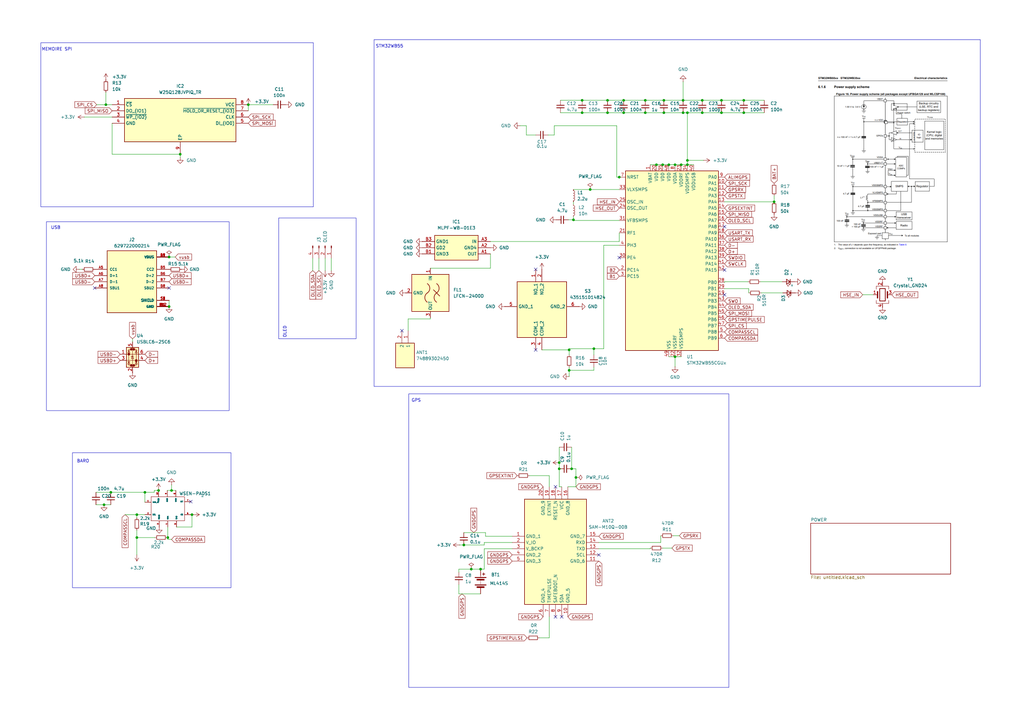
<source format=kicad_sch>
(kicad_sch (version 20231120) (generator "eeschema") (generator_version "8.0")
  (paper "A3")
  (junction (at 317.5 82.804))
  (junction (at 279.4 67.564))
  (junction (at 288.036 41.148))
  (junction (at 272.288 46.228))
  (junction (at 255.778 46.228))
  (junction (at 264.668 41.148))
  (junction (at 233.426 151.892))
  (junction (at 276.86 146.304))
  (junction (at 65.024 201.168))
  (junction (at 69.342 105.41))
  (junction (at 276.86 67.564))
  (junction (at 69.342 125.73))
  (junction (at 288.036 46.228))
  (junction (at 59.436 201.93))
  (junction (at 281.94 46.228))
  (junction (at 271.78 67.564))
  (junction (at 249.174 41.148))
  (junction (at 193.294 233.426))
  (junction (at 295.91 41.148))
  (junction (at 280.162 46.228))
  (junction (at 68.834 220.472))
  (junction (at 305.054 46.228))
  (junction (at 197.104 233.426))
  (junction (at 272.288 41.148))
  (junction (at 242.062 77.724))
  (junction (at 238.76 46.228))
  (junction (at 229.362 189.738))
  (junction (at 249.174 46.228))
  (junction (at 254 72.644))
  (junction (at 78.74 211.074))
  (junction (at 70.358 201.168))
  (junction (at 43.434 42.926))
  (junction (at 281.94 65.786))
  (junction (at 101.854 42.926))
  (junction (at 274.32 67.564))
  (junction (at 190.246 223.52))
  (junction (at 42.672 207.01))
  (junction (at 255.778 41.148))
  (junction (at 229.362 192.278))
  (junction (at 45.466 201.93))
  (junction (at 236.22 195.834))
  (junction (at 295.91 46.228))
  (junction (at 234.442 192.278))
  (junction (at 281.94 67.564))
  (junction (at 269.24 67.564))
  (junction (at 238.76 41.148))
  (junction (at 235.204 90.17))
  (junction (at 233.426 143.51))
  (junction (at 56.134 211.074))
  (junction (at 243.586 143.002))
  (junction (at 305.054 41.148))
  (junction (at 73.914 63.246))
  (junction (at 264.668 46.228))
  (junction (at 280.162 41.148))
  (junction (at 56.134 220.472))
  (no_connect (at 219.71 110.49))
  (no_connect (at 297.18 92.964))
  (no_connect (at 227.838 199.644))
  (no_connect (at 69.342 118.11))
  (no_connect (at 78.232 205.74))
  (no_connect (at 297.18 120.904))
  (no_connect (at 254 105.664))
  (no_connect (at 230.378 252.984))
  (no_connect (at 297.18 110.744))
  (no_connect (at 164.846 135.636))
  (no_connect (at 219.71 143.51))
  (no_connect (at 245.618 227.584))
  (no_connect (at 38.862 118.11))
  (no_connect (at 227.838 252.984))
  (wire (pts (xy 210.058 219.964) (xy 199.136 219.964)))
  (wire (pts (xy 317.5 80.264) (xy 317.5 82.804)))
  (wire (pts (xy 221.234 261.62) (xy 225.298 261.62)))
  (wire (pts (xy 234.442 192.278) (xy 234.442 183.388)))
  (wire (pts (xy 288.036 41.148) (xy 295.91 41.148)))
  (wire (pts (xy 225.298 195.072) (xy 225.298 199.644)))
  (wire (pts (xy 210.058 225.044) (xy 198.628 225.044)))
  (wire (pts (xy 254 72.644) (xy 252.984 72.644)))
  (wire (pts (xy 54.356 140.208) (xy 54.356 138.938)))
  (wire (pts (xy 288.036 46.228) (xy 295.91 46.228)))
  (wire (pts (xy 199.136 219.964) (xy 199.136 218.44)))
  (wire (pts (xy 188.214 233.426) (xy 188.214 234.696)))
  (wire (pts (xy 234.442 192.278) (xy 236.22 192.278)))
  (wire (pts (xy 233.426 151.892) (xy 233.426 154.432)))
  (wire (pts (xy 68.58 201.168) (xy 70.358 201.168)))
  (wire (pts (xy 42.672 207.01) (xy 45.466 207.01)))
  (wire (pts (xy 297.18 82.804) (xy 317.5 82.804)))
  (wire (pts (xy 229.362 189.738) (xy 229.362 183.388)))
  (wire (pts (xy 353.822 120.904) (xy 358.14 120.904)))
  (wire (pts (xy 229.362 192.278) (xy 229.362 199.644)))
  (wire (pts (xy 45.974 63.246) (xy 45.974 50.546)))
  (wire (pts (xy 281.94 46.228) (xy 281.94 65.786)))
  (wire (pts (xy 306.832 115.57) (xy 297.18 115.57)))
  (wire (pts (xy 176.53 130.302) (xy 176.53 130.81)))
  (wire (pts (xy 68.58 220.472) (xy 68.834 220.472)))
  (wire (pts (xy 133.35 110.998) (xy 133.35 105.918)))
  (wire (pts (xy 297.18 118.364) (xy 307.086 118.364)))
  (wire (pts (xy 39.37 207.01) (xy 42.672 207.01)))
  (wire (pts (xy 63.246 201.168) (xy 65.024 201.168)))
  (wire (pts (xy 280.162 46.228) (xy 281.94 46.228)))
  (wire (pts (xy 275.59 224.79) (xy 271.78 224.79)))
  (wire (pts (xy 272.288 41.148) (xy 280.162 41.148)))
  (wire (pts (xy 269.24 67.564) (xy 271.78 67.564)))
  (wire (pts (xy 229.362 199.644) (xy 230.378 199.644)))
  (wire (pts (xy 56.134 212.344) (xy 56.134 211.074)))
  (wire (pts (xy 305.054 41.148) (xy 313.436 41.148)))
  (wire (pts (xy 78.74 211.074) (xy 78.232 211.074)))
  (wire (pts (xy 188.214 243.586) (xy 197.104 243.586)))
  (wire (pts (xy 167.386 130.81) (xy 167.386 135.636)))
  (wire (pts (xy 224.79 55.372) (xy 227.33 55.372)))
  (wire (pts (xy 135.89 110.998) (xy 135.89 105.918)))
  (wire (pts (xy 235.204 90.17) (xy 235.204 88.9)))
  (wire (pts (xy 243.586 143.002) (xy 243.586 145.542)))
  (wire (pts (xy 34.544 48.006) (xy 45.974 48.006)))
  (wire (pts (xy 225.298 261.62) (xy 225.298 252.984)))
  (wire (pts (xy 243.586 150.622) (xy 243.586 151.892)))
  (wire (pts (xy 70.358 221.234) (xy 68.834 221.234)))
  (wire (pts (xy 227.33 51.562) (xy 252.984 51.562)))
  (wire (pts (xy 69.342 123.19) (xy 69.342 125.73)))
  (wire (pts (xy 198.628 225.044) (xy 198.628 233.426)))
  (wire (pts (xy 197.104 233.426) (xy 198.628 233.426)))
  (wire (pts (xy 201.168 109.982) (xy 201.168 104.14)))
  (wire (pts (xy 56.134 220.472) (xy 56.134 217.424)))
  (wire (pts (xy 254 90.424) (xy 235.204 90.424)))
  (wire (pts (xy 243.586 151.892) (xy 233.426 151.892)))
  (wire (pts (xy 79.248 211.074) (xy 78.74 211.074)))
  (wire (pts (xy 188.468 223.52) (xy 190.246 223.52)))
  (wire (pts (xy 254 99.06) (xy 254 95.504)))
  (wire (pts (xy 266.7 225.044) (xy 266.7 224.79)))
  (wire (pts (xy 238.76 41.148) (xy 249.174 41.148)))
  (wire (pts (xy 235.204 77.724) (xy 242.062 77.724)))
  (wire (pts (xy 43.434 42.926) (xy 43.434 37.846)))
  (wire (pts (xy 254.254 72.644) (xy 254 72.644)))
  (wire (pts (xy 264.668 46.228) (xy 272.288 46.228)))
  (wire (pts (xy 213.36 51.562) (xy 215.9 51.562)))
  (wire (pts (xy 247.65 100.584) (xy 247.65 143.002)))
  (wire (pts (xy 33.782 110.49) (xy 32.512 110.49)))
  (wire (pts (xy 222.25 143.51) (xy 233.426 143.51)))
  (wire (pts (xy 305.054 46.228) (xy 313.436 46.228)))
  (wire (pts (xy 271.78 67.564) (xy 274.32 67.564)))
  (wire (pts (xy 233.172 90.17) (xy 235.204 90.17)))
  (wire (pts (xy 255.778 46.228) (xy 264.668 46.228)))
  (wire (pts (xy 56.134 211.074) (xy 59.436 211.074)))
  (wire (pts (xy 188.214 233.426) (xy 193.294 233.426)))
  (wire (pts (xy 279.4 67.564) (xy 281.94 67.564)))
  (wire (pts (xy 235.204 82.804) (xy 235.204 83.82)))
  (wire (pts (xy 233.426 150.622) (xy 233.426 151.892)))
  (wire (pts (xy 217.17 195.072) (xy 225.298 195.072)))
  (wire (pts (xy 238.76 46.228) (xy 249.174 46.228)))
  (wire (pts (xy 59.436 201.93) (xy 59.436 205.994)))
  (wire (pts (xy 242.062 77.724) (xy 254 77.724)))
  (wire (pts (xy 255.778 41.148) (xy 264.668 41.148)))
  (wire (pts (xy 274.32 146.304) (xy 276.86 146.304)))
  (wire (pts (xy 295.91 46.228) (xy 305.054 46.228)))
  (wire (pts (xy 272.288 46.228) (xy 280.162 46.228)))
  (wire (pts (xy 193.294 233.426) (xy 197.104 233.426)))
  (wire (pts (xy 39.624 42.926) (xy 43.434 42.926)))
  (wire (pts (xy 59.436 201.93) (xy 63.246 201.93)))
  (wire (pts (xy 198.628 222.504) (xy 198.628 223.52)))
  (wire (pts (xy 45.466 201.93) (xy 59.436 201.93)))
  (wire (pts (xy 252.984 51.562) (xy 252.984 72.644)))
  (wire (pts (xy 215.9 55.372) (xy 215.9 51.562)))
  (wire (pts (xy 176.53 109.982) (xy 201.168 109.982)))
  (wire (pts (xy 249.174 41.148) (xy 255.778 41.148)))
  (wire (pts (xy 101.854 42.926) (xy 101.854 45.466)))
  (wire (pts (xy 210.058 222.504) (xy 198.628 222.504)))
  (wire (pts (xy 72.39 216.154) (xy 78.74 216.154)))
  (wire (pts (xy 199.136 218.44) (xy 190.246 218.44)))
  (wire (pts (xy 281.94 65.786) (xy 281.94 67.564)))
  (wire (pts (xy 249.174 46.228) (xy 255.778 46.228)))
  (wire (pts (xy 307.086 118.364) (xy 307.086 120.142)))
  (wire (pts (xy 167.386 130.81) (xy 176.53 130.81)))
  (wire (pts (xy 264.668 41.148) (xy 272.288 41.148)))
  (wire (pts (xy 280.162 41.148) (xy 288.036 41.148)))
  (wire (pts (xy 233.426 143.002) (xy 233.426 143.51)))
  (wire (pts (xy 281.94 46.228) (xy 288.036 46.228)))
  (wire (pts (xy 51.308 211.074) (xy 56.134 211.074)))
  (wire (pts (xy 78.74 216.154) (xy 78.74 211.074)))
  (wire (pts (xy 311.912 115.57) (xy 320.802 115.57)))
  (wire (pts (xy 227.33 51.562) (xy 227.33 55.372)))
  (wire (pts (xy 101.854 42.926) (xy 112.014 42.926)))
  (wire (pts (xy 56.134 227.584) (xy 56.134 220.472)))
  (wire (pts (xy 235.204 90.424) (xy 235.204 90.17)))
  (wire (pts (xy 128.27 110.998) (xy 128.27 105.918)))
  (wire (pts (xy 65.024 200.914) (xy 65.024 201.168)))
  (wire (pts (xy 245.618 225.044) (xy 266.7 225.044)))
  (wire (pts (xy 236.22 195.834) (xy 236.22 199.644)))
  (wire (pts (xy 232.918 199.644) (xy 236.22 199.644)))
  (wire (pts (xy 63.246 201.93) (xy 63.246 201.168)))
  (wire (pts (xy 68.834 221.234) (xy 68.834 220.472)))
  (wire (pts (xy 70.358 198.882) (xy 70.358 201.168)))
  (wire (pts (xy 229.362 192.278) (xy 229.362 189.738)))
  (wire (pts (xy 233.426 143.002) (xy 243.586 143.002)))
  (wire (pts (xy 229.87 41.148) (xy 238.76 41.148)))
  (wire (pts (xy 266.7 67.564) (xy 269.24 67.564)))
  (wire (pts (xy 73.914 63.246) (xy 73.914 64.516)))
  (wire (pts (xy 276.86 67.564) (xy 279.4 67.564)))
  (wire (pts (xy 312.166 120.142) (xy 321.056 120.142)))
  (wire (pts (xy 288.544 65.786) (xy 281.94 65.786)))
  (wire (pts (xy 45.974 42.926) (xy 43.434 42.926)))
  (wire (pts (xy 56.134 220.472) (xy 63.5 220.472)))
  (wire (pts (xy 229.87 46.228) (xy 238.76 46.228)))
  (wire (pts (xy 278.638 219.71) (xy 276.098 219.71)))
  (wire (pts (xy 39.37 201.93) (xy 45.466 201.93)))
  (wire (pts (xy 219.71 55.372) (xy 215.9 55.372)))
  (wire (pts (xy 233.426 143.51) (xy 233.426 145.542)))
  (wire (pts (xy 68.834 216.154) (xy 68.834 220.472)))
  (wire (pts (xy 130.81 110.998) (xy 130.81 105.918)))
  (wire (pts (xy 276.86 146.304) (xy 276.86 150.368)))
  (wire (pts (xy 274.32 67.564) (xy 276.86 67.564)))
  (wire (pts (xy 297.18 115.57) (xy 297.18 115.824)))
  (wire (pts (xy 73.914 63.246) (xy 45.974 63.246)))
  (wire (pts (xy 295.91 41.148) (xy 305.054 41.148)))
  (wire (pts (xy 271.018 222.504) (xy 271.018 219.71)))
  (wire (pts (xy 276.86 146.304) (xy 279.4 146.304)))
  (wire (pts (xy 70.358 201.168) (xy 72.136 201.168)))
  (wire (pts (xy 243.586 143.002) (xy 247.65 143.002)))
  (wire (pts (xy 280.162 33.528) (xy 280.162 41.148)))
  (wire (pts (xy 201.168 99.06) (xy 254 99.06)))
  (wire (pts (xy 236.22 192.278) (xy 236.22 195.834)))
  (wire (pts (xy 245.618 222.504) (xy 271.018 222.504)))
  (wire (pts (xy 188.214 243.586) (xy 188.214 239.776)))
  (wire (pts (xy 69.342 105.41) (xy 71.882 105.41)))
  (wire (pts (xy 281.94 67.564) (xy 284.48 67.564)))
  (wire (pts (xy 247.65 100.584) (xy 254 100.584)))
  (wire (pts (xy 198.628 223.52) (xy 190.246 223.52)))
  (rectangle (start 16.764 17.526) (end 128.524 84.836))
  (rectangle (start 114.3 138.938) (end 146.05 89.408))
  (rectangle (start 29.718 185.674) (end 94.742 241.046))
  (rectangle (start 167.64 161.544) (end 298.958 281.94))
  (rectangle (start 153.416 16.256) (end 402.082 158.496))
  (rectangle (start 19.05 90.932) (end 93.98 168.402))
  (image (at 362.712 68.326) (scale 0.425045))
  (text "MEMOIRE SPI\n" (at 23.368 20.32 0) (effects (font (size 1.27 1.27))))
  (text "USB" (at 22.86 93.472 0) (effects (font (size 1.27 1.27))))
  (text "BARO\n" (at 34.036 189.23 0) (effects (font (size 1.27 1.27))))
  (text "STM32WB55" (at 159.766 19.05 0) (effects (font (size 1.27 1.27))))
  (text "OLED" (at 116.84 136.144 90) (effects (font (size 1.27 1.27))))
  (text "GPS" (at 170.688 164.338 0) (effects (font (size 1.27 1.27))))
  (global_label "GNDGPS" (shape input) (at 210.058 227.584 180) (property "Intersheetrefs" "${INTERSHEET_REFS}" (effects (hide yes))))
  (global_label "GNDGPS" (shape input) (at 222.758 199.644 180) (property "Intersheetrefs" "${INTERSHEET_REFS}" (effects (hide yes))))
  (global_label "vusb" (shape input) (at 54.356 138.938 90) (property "Intersheetrefs" "${INTERSHEET_REFS}" (effects (hide yes))))
  (global_label "GPSRX" (shape input) (at 278.638 219.71 0) (property "Intersheetrefs" "${INTERSHEET_REFS}" (effects (hide yes))))
  (global_label "vusb" (shape input) (at 71.882 105.41 0) (property "Intersheetrefs" "${INTERSHEET_REFS}" (effects (hide yes))))
  (global_label "OLED_SCL" (shape input) (at 130.81 110.998 270) (property "Intersheetrefs" "${INTERSHEET_REFS}" (effects (hide yes))))
  (global_label "B1" (shape input) (at 254 113.284 180) (property "Intersheetrefs" "${INTERSHEET_REFS}" (effects (hide yes))))
  (global_label "HSE_IN" (shape input) (at 353.822 120.904 180) (property "Intersheetrefs" "${INTERSHEET_REFS}" (effects (hide yes))))
  (global_label "B2" (shape input) (at 254 110.744 180) (property "Intersheetrefs" "${INTERSHEET_REFS}" (effects (hide yes))))
  (global_label "GNDGPS" (shape input) (at 245.618 219.964 0) (property "Intersheetrefs" "${INTERSHEET_REFS}" (effects (hide yes))))
  (global_label "GPSTX" (shape input) (at 297.18 80.264 0) (property "Intersheetrefs" "${INTERSHEET_REFS}" (effects (hide yes))))
  (global_label "USBD-" (shape input) (at 38.862 115.57 180) (property "Intersheetrefs" "${INTERSHEET_REFS}" (effects (hide yes))))
  (global_label "OLED_SDA" (shape input) (at 297.18 125.984 0) (property "Intersheetrefs" "${INTERSHEET_REFS}" (effects (hide yes))))
  (global_label "SPI_MISO" (shape input) (at 297.18 87.884 0) (property "Intersheetrefs" "${INTERSHEET_REFS}" (effects (hide yes))))
  (global_label "USART_RX" (shape input) (at 297.18 98.044 0) (property "Intersheetrefs" "${INTERSHEET_REFS}" (effects (hide yes))))
  (global_label "GNDGPS" (shape input) (at 210.058 230.124 180) (property "Intersheetrefs" "${INTERSHEET_REFS}" (effects (hide yes))))
  (global_label "USART_TX" (shape input) (at 297.18 95.504 0) (property "Intersheetrefs" "${INTERSHEET_REFS}" (effects (hide yes))))
  (global_label "SPI_SCK" (shape input) (at 101.854 48.006 0) (property "Intersheetrefs" "${INTERSHEET_REFS}" (effects (hide yes))))
  (global_label "D-" (shape input) (at 297.18 100.584 0) (property "Intersheetrefs" "${INTERSHEET_REFS}" (effects (hide yes))))
  (global_label "GNDGPS" (shape input) (at 189.484 243.586 270) (property "Intersheetrefs" "${INTERSHEET_REFS}" (effects (hide yes))))
  (global_label "GPSEXTINT" (shape input) (at 297.18 85.344 0) (property "Intersheetrefs" "${INTERSHEET_REFS}" (effects (hide yes))))
  (global_label "BAT+" (shape input) (at 317.5 75.184 90) (property "Intersheetrefs" "${INTERSHEET_REFS}" (effects (hide yes))))
  (global_label "SWDIO" (shape input) (at 297.18 105.664 0) (property "Intersheetrefs" "${INTERSHEET_REFS}" (effects (hide yes))))
  (global_label "SPI_SCK" (shape input) (at 297.18 75.184 0) (property "Intersheetrefs" "${INTERSHEET_REFS}" (effects (hide yes))))
  (global_label "SPI_CS" (shape input) (at 39.624 42.926 180) (property "Intersheetrefs" "${INTERSHEET_REFS}" (effects (hide yes))))
  (global_label "GNDGPS" (shape input) (at 232.918 252.984 0) (property "Intersheetrefs" "${INTERSHEET_REFS}" (effects (hide yes))))
  (global_label "SWO" (shape input) (at 297.18 123.444 0) (property "Intersheetrefs" "${INTERSHEET_REFS}" (effects (hide yes))))
  (global_label "GPSEXTINT" (shape input) (at 212.09 195.072 180) (property "Intersheetrefs" "${INTERSHEET_REFS}" (effects (hide yes))))
  (global_label "OLED_SCL" (shape input) (at 297.18 90.424 0) (property "Intersheetrefs" "${INTERSHEET_REFS}" (effects (hide yes))))
  (global_label "HSE_OUT" (shape input) (at 254 85.344 180) (property "Intersheetrefs" "${INTERSHEET_REFS}" (effects (hide yes))))
  (global_label "SPI_MISO" (shape input) (at 45.974 45.466 180) (property "Intersheetrefs" "${INTERSHEET_REFS}" (effects (hide yes))))
  (global_label "COMPASSCL" (shape input) (at 297.18 136.144 0) (property "Intersheetrefs" "${INTERSHEET_REFS}" (effects (hide yes))))
  (global_label "SWCLK" (shape input) (at 297.18 108.204 0) (property "Intersheetrefs" "${INTERSHEET_REFS}" (effects (hide yes))))
  (global_label "GPSTIMEPULSE" (shape input) (at 216.154 261.62 180) (property "Intersheetrefs" "${INTERSHEET_REFS}" (effects (hide yes))))
  (global_label "GPSRX" (shape input) (at 297.18 77.724 0) (property "Intersheetrefs" "${INTERSHEET_REFS}" (effects (hide yes))))
  (global_label "HSE_OUT" (shape input) (at 365.76 120.904 0) (property "Intersheetrefs" "${INTERSHEET_REFS}" (effects (hide yes))))
  (global_label "GPSTX" (shape input) (at 275.59 224.79 0) (property "Intersheetrefs" "${INTERSHEET_REFS}" (effects (hide yes))))
  (global_label "GNDGPS" (shape input) (at 222.758 252.984 180) (property "Intersheetrefs" "${INTERSHEET_REFS}" (effects (hide yes))))
  (global_label "USBD-" (shape input) (at 49.276 145.288 180) (property "Intersheetrefs" "${INTERSHEET_REFS}" (effects (hide yes))))
  (global_label "USBD+" (shape input) (at 69.342 113.03 0) (property "Intersheetrefs" "${INTERSHEET_REFS}" (effects (hide yes))))
  (global_label "D+" (shape input) (at 59.436 147.828 0) (property "Intersheetrefs" "${INTERSHEET_REFS}" (effects (hide yes))))
  (global_label "GNDGPS" (shape input) (at 245.618 230.124 270) (property "Intersheetrefs" "${INTERSHEET_REFS}" (effects (hide yes))))
  (global_label "GNDGPS" (shape input) (at 236.22 199.644 0) (property "Intersheetrefs" "${INTERSHEET_REFS}" (effects (hide yes))))
  (global_label "USBD+" (shape input) (at 49.276 147.828 180) (property "Intersheetrefs" "${INTERSHEET_REFS}" (effects (hide yes))))
  (global_label "HSE_IN" (shape input) (at 254 82.804 180) (property "Intersheetrefs" "${INTERSHEET_REFS}" (effects (hide yes))))
  (global_label "COMPASSDA" (shape input) (at 70.358 221.234 0) (property "Intersheetrefs" "${INTERSHEET_REFS}" (effects (hide yes))))
  (global_label "COMPASSDA" (shape input) (at 297.18 138.684 0) (property "Intersheetrefs" "${INTERSHEET_REFS}" (effects (hide yes))))
  (global_label "COMPASSCL" (shape input) (at 51.308 211.074 270) (property "Intersheetrefs" "${INTERSHEET_REFS}" (effects (hide yes))))
  (global_label "USBD-" (shape input) (at 69.342 115.57 0) (property "Intersheetrefs" "${INTERSHEET_REFS}" (effects (hide yes))))
  (global_label "SPI_CS" (shape input) (at 297.18 133.604 0) (property "Intersheetrefs" "${INTERSHEET_REFS}" (effects (hide yes))))
  (global_label "USBD+" (shape input) (at 38.862 113.03 180) (property "Intersheetrefs" "${INTERSHEET_REFS}" (effects (hide yes))))
  (global_label "SPI_MOSi" (shape input) (at 101.854 50.546 0) (property "Intersheetrefs" "${INTERSHEET_REFS}" (effects (hide yes))))
  (global_label "D-" (shape input) (at 59.436 145.288 0) (property "Intersheetrefs" "${INTERSHEET_REFS}" (effects (hide yes))))
  (global_label "SPI_MOSi" (shape input) (at 297.18 128.524 0) (property "Intersheetrefs" "${INTERSHEET_REFS}" (effects (hide yes))))
  (global_label "OLED_SDA" (shape input) (at 128.27 110.998 270) (property "Intersheetrefs" "${INTERSHEET_REFS}" (effects (hide yes))))
  (global_label "GPSTIMEPULSE" (shape input) (at 297.18 131.064 0) (property "Intersheetrefs" "${INTERSHEET_REFS}" (effects (hide yes))))
  (global_label "ALIMGPS" (shape input) (at 297.18 72.644 0) (property "Intersheetrefs" "${INTERSHEET_REFS}" (effects (hide yes))))
  (global_label "GNDGPS" (shape input) (at 194.31 218.44 90) (property "Intersheetrefs" "${INTERSHEET_REFS}" (effects (hide yes))))
  (global_label "D+" (shape input) (at 297.18 103.124 0) (property "Intersheetrefs" "${INTERSHEET_REFS}" (effects (hide yes))))
  (symbol (lib_id "power:GND") (at 213.36 51.562 270) (unit 1)
    (property "Reference" "#PWR029" (effects (hide yes)))
    (property "Value" "GND" (at 209.55 51.5619 90) (effects (justify right)))
    (property "Description" "Power symbol creates a global label with name \"GND\" , ground" (effects (hide yes)))
  )
  (symbol (lib_id "power:GND") (at 70.358 198.882 180) (unit 1)
    (property "Reference" "#PWR037" (effects (hide yes)))
    (property "Value" "GND" (at 70.358 193.802 0))
    (property "Description" "Power symbol creates a global label with name \"GND\" , ground" (effects (hide yes)))
  )
  (symbol (lib_id "power:GND") (at 173.228 104.14 270) (unit 1)
    (property "Reference" "#PWR044" (effects (hide yes)))
    (property "Value" "GND" (at 169.418 104.1399 90) (effects (justify right)))
    (property "Description" "Power symbol creates a global label with name \"GND\" , ground" (effects (hide yes)))
  )
  (symbol (lib_id "power:GND") (at 326.136 120.142 90) (unit 1)
    (property "Reference" "#PWR047" (effects (hide yes)))
    (property "Value" "GND" (at 329.438 120.1419 90) (effects (justify right)))
    (property "Description" "Power symbol creates a global label with name \"GND\" , ground" (effects (hide yes)))
  )
  (symbol (lib_id "power:+3.3V") (at 229.362 189.738 90) (unit 1)
    (property "Reference" "#PWR058" (effects (hide yes)))
    (property "Value" "+3.3V" (at 225.806 189.7379 90) (effects (justify left)))
    (property "Description" "Power symbol creates a global label with name \"+3.3V\"" (effects (hide yes)))
  )
  (symbol (lib_id "power:GND") (at 65.278 216.154 0) (unit 1)
    (property "Reference" "#PWR036" (effects (hide yes)))
    (property "Value" "GND" (at 61.976 216.662 0))
    (property "Description" "Power symbol creates a global label with name \"GND\" , ground" (effects (hide yes)))
  )
  (symbol (lib_id "Device:R_Small") (at 214.63 195.072 90) (unit 1)
    (property "Reference" "R21" (at 214.63 192.532 90))
    (property "Value" "0R" (at 214.884 189.992 90))
    (property "Footprint" "Resistor_SMD:R_0402_1005Metric" (effects (hide yes)))
    (property "Description" "Resistor, small symbol" (effects (hide yes)))
  )
  (symbol (lib_id "Device:C_Small") (at 114.554 42.926 90) (unit 1)
    (property "Reference" "C11" (at 114.5603 36.576 90))
    (property "Value" "100n" (at 114.5603 39.116 90))
    (property "Footprint" "Capacitor_SMD:C_0402_1005Metric" (effects (hide yes)))
    (property "Description" "Unpolarized capacitor, small symbol" (effects (hide yes)))
  )
  (symbol (lib_id "Device:R_Small") (at 309.626 120.142 90) (unit 1)
    (property "Reference" "R2" (at 311.404 123.698 0) (effects (justify left)))
    (property "Value" "510R" (at 313.436 125.73 0) (effects (justify left)))
    (property "Footprint" "Resistor_SMD:R_0402_1005Metric" (effects (hide yes)))
    (property "Description" "Resistor, small symbol" (effects (hide yes)))
  )
  (symbol (lib_id "power:GND") (at 276.86 150.368 0) (unit 1)
    (property "Reference" "#PWR038" (effects (hide yes)))
    (property "Value" "GND" (at 276.86 154.686 0))
    (property "Description" "Power symbol creates a global label with name \"GND\" , ground" (effects (hide yes)))
  )
  (symbol (lib_id "Device:C_Small") (at 238.76 43.688 0) (unit 1)
    (property "Reference" "C13" (at 241.3 42.4242 0) (effects (justify left)))
    (property "Value" "100n" (at 241.3 44.9642 0) (effects (justify left)))
    (property "Footprint" "Capacitor_SMD:C_0402_1005Metric" (effects (hide yes)))
    (property "Description" "Unpolarized capacitor, small symbol" (effects (hide yes)))
  )
  (symbol (lib_id "RF_Filter:LFCN-2400D") (at 176.53 120.142 270) (unit 1)
    (property "Reference" "FL1" (at 185.928 118.8719 90) (effects (justify left)))
    (property "Value" "LFCN-2400D" (at 185.928 121.4119 90) (effects (justify left)))
    (property "Footprint" "DLF162500LT-5028A1:DLF162500LT5028A1" (effects (hide yes)))
    (property "Datasheet" "https://www.minicircuits.com/pdfs/LFCN-2400D+.pdf" (effects (hide yes)))
    (property "Description" "2400MHz 50 Ohm Passive Low Pass Filter, DC capable, FV1206" (effects (hide yes)))
  )
  (symbol (lib_id "Device:C_Small") (at 313.436 43.688 0) (unit 1)
    (property "Reference" "C2" (at 315.976 42.4242 0) (effects (justify left)))
    (property "Value" "100n" (at 315.976 44.9642 0) (effects (justify left)))
    (property "Footprint" "Capacitor_SMD:C_0402_1005Metric" (effects (hide yes)))
    (property "Description" "Unpolarized capacitor, small symbol" (effects (hide yes)))
  )
  (symbol (lib_id "power:GND") (at 237.49 125.73 90) (unit 1)
    (property "Reference" "#PWR061" (effects (hide yes)))
    (property "Value" "GND" (at 241.046 125.7299 90) (effects (justify right)))
    (property "Description" "Power symbol creates a global label with name \"GND\" , ground" (effects (hide yes)))
  )
  (symbol (lib_id "power:GND") (at 201.168 101.6 90) (unit 1)
    (property "Reference" "#PWR041" (effects (hide yes)))
    (property "Value" "GND" (at 204.724 101.5999 90) (effects (justify right)))
    (property "Description" "Power symbol creates a global label with name \"GND\" , ground" (effects (hide yes)))
  )
  (symbol (lib_id "sam m10q:SAM-M10Q-00B") (at 210.058 219.964 0) (unit 1)
    (property "Reference" "ANT2" (at 249.428 213.6454 0))
    (property "Value" "SAM-M10Q-00B" (at 249.428 216.1854 0))
    (property "Footprint" "sam m10q:SAMM10Q00B" (effects (hide yes)))
    (property "Datasheet" "https://content.u-blox.com/sites/default/files/documents/SAM-M10Q_DataSheet_UBX-22013293.pdf" (effects (hide yes)))
    (property "Description" "GNSS / GPS Modules M10 precision GNSS patch antenna module" (effects (hide yes)))
    (property "Height" "6.8" (effects (hide yes)))
    (property "Manufacturer_Name" "u-blox" (effects (hide yes)))
    (property "Manufacturer_Part_Number" "SAM-M10Q-00B" (effects (hide yes)))
    (property "Mouser Part Number" "377-SAM-M10Q-00B" (effects (hide yes)))
    (property "Mouser Price/Stock" "https://www.mouser.co.uk/ProductDetail/u-blox/SAM-M10Q-00B?qs=vvQtp7zwQdOaA6LplTUKjg%3D%3D" (effects (hide yes)))
    (property "Arrow Part Number" "SAM-M10Q-00B" (effects (hide yes)))
    (property "Arrow Price/Stock" "https://www.arrow.com/en/products/sam-m10q-00b/u-blox?region=nac" (effects (hide yes)))
  )
  (symbol (lib_id "power:GND") (at 32.512 110.49 270) (unit 1)
    (property "Reference" "#PWR059" (effects (hide yes)))
    (property "Value" "GND" (at 28.956 110.4899 90) (effects (justify right)))
    (property "Description" "Power symbol creates a global label with name \"GND\" , ground" (effects (hide yes)))
  )
  (symbol (lib_id "Device:R_Small") (at 233.426 148.082 0) (unit 1)
    (property "Reference" "R16" (at 235.966 146.8119 0) (effects (justify left)))
    (property "Value" "10k" (at 235.966 149.3519 0) (effects (justify left)))
    (property "Footprint" "Resistor_SMD:R_0402_1005Metric" (effects (hide yes)))
    (property "Description" "Resistor, small symbol" (effects (hide yes)))
  )
  (symbol (lib_id "power:GND") (at 361.95 125.984 0) (unit 1)
    (property "Reference" "#PWR039" (effects (hide yes)))
    (property "Value" "GND" (at 361.95 130.302 0))
    (property "Description" "Power symbol creates a global label with name \"GND\" , ground" (effects (hide yes)))
  )
  (symbol (lib_id "Device:L_Small") (at 235.204 80.264 0) (unit 1)
    (property "Reference" "L1" (at 236.728 78.9939 0) (effects (justify left)))
    (property "Value" "2.2u" (at 236.728 81.5339 0) (effects (justify left)))
    (property "Footprint" "Inductor_SMD:L_0805_2012Metric" (effects (hide yes)))
    (property "Description" "Inductor, small symbol" (effects (hide yes)))
  )
  (symbol (lib_id "Device:C_Small") (at 231.902 192.278 90) (unit 1)
    (property "Reference" "C9" (at 230.6382 189.738 0) (effects (justify left)))
    (property "Value" "0.1u" (at 233.1782 189.738 0) (effects (justify left)))
    (property "Footprint" "Capacitor_SMD:C_0402_1005Metric" (effects (hide yes)))
    (property "Description" "Unpolarized capacitor, small symbol" (effects (hide yes)))
  )
  (symbol (lib_id "power:GND") (at 317.5 87.884 0) (unit 1)
    (property "Reference" "#PWR032" (effects (hide yes)))
    (property "Value" "GND" (at 317.5 92.964 0))
    (property "Description" "Power symbol creates a global label with name \"GND\" , ground" (effects (hide yes)))
  )
  (symbol (lib_id "Device:C_Small") (at 222.25 55.372 90) (unit 1)
    (property "Reference" "C17" (at 222.25 58.166 90))
    (property "Value" "0.1u" (at 222.25 59.944 90))
    (property "Footprint" "Capacitor_SMD:C_0402_1005Metric" (effects (hide yes)))
    (property "Description" "Unpolarized capacitor, small symbol" (effects (hide yes)))
  )
  (symbol (lib_id "Device:C_Small") (at 45.466 204.47 180) (unit 1)
    (property "Reference" "C19" (at 47.752 203.454 0) (effects (justify right)))
    (property "Value" "4.7u" (at 51.054 200.406 0) (effects (justify left)))
    (property "Footprint" "Capacitor_SMD:C_0402_1005Metric" (effects (hide yes)))
    (property "Description" "Unpolarized capacitor, small symbol" (effects (hide yes)))
  )
  (symbol (lib_id "power:PWR_FLAG") (at 236.22 195.834 270) (unit 1)
    (property "Reference" "#FLG03" (effects (hide yes)))
    (property "Value" "PWR_FLAG" (at 240.284 195.8339 90) (effects (justify left)))
    (property "Description" "Special symbol for telling ERC where power comes from" (effects (hide yes)))
  )
  (symbol (lib_id "Device:C_Small") (at 229.87 43.688 0) (unit 1)
    (property "Reference" "C12" (at 232.41 42.4242 0) (effects (justify left)))
    (property "Value" "4.7u" (at 232.41 44.9642 0) (effects (justify left)))
    (property "Footprint" "Capacitor_SMD:C_0402_1005Metric" (effects (hide yes)))
    (property "Description" "Unpolarized capacitor, small symbol" (effects (hide yes)))
  )
  (symbol (lib_id "Device:R_Small") (at 273.558 219.71 90) (unit 1)
    (property "Reference" "R11" (at 273.558 217.17 90))
    (property "Value" "470R" (at 273.812 214.63 90))
    (property "Footprint" "Resistor_SMD:R_0402_1005Metric" (effects (hide yes)))
    (property "Description" "Resistor, small symbol" (effects (hide yes)))
  )
  (symbol (lib_id "Device:C_Small") (at 39.37 204.47 180) (unit 1)
    (property "Reference" "C20" (at 41.656 203.454 0) (effects (justify right)))
    (property "Value" "100n" (at 44.958 200.406 0) (effects (justify left)))
    (property "Footprint" "Capacitor_SMD:C_0402_1005Metric" (effects (hide yes)))
    (property "Description" "Unpolarized capacitor, small symbol" (effects (hide yes)))
  )
  (symbol (lib_id "Device:R_Small") (at 71.882 110.49 90) (unit 1)
    (property "Reference" "R15" (at 70.866 108.204 90))
    (property "Value" "5.1k" (at 75.184 108.204 90))
    (property "Footprint" "Resistor_SMD:R_0402_1005Metric" (effects (hide yes)))
    (property "Description" "Resistor, small symbol" (effects (hide yes)))
  )
  (symbol (lib_id "Device:R_Small") (at 36.322 110.49 270) (unit 1)
    (property "Reference" "R14" (at 36.83 107.188 90))
    (property "Value" "5.1k" (at 32.258 106.934 90))
    (property "Footprint" "Resistor_SMD:R_0402_1005Metric" (effects (hide yes)))
    (property "Description" "Resistor, small symbol" (effects (hide yes)))
  )
  (symbol (lib_id "Device:C_Small") (at 243.586 148.082 180) (unit 1)
    (property "Reference" "C18" (at 246.38 148.082 90))
    (property "Value" "10n" (at 248.158 148.082 90))
    (property "Footprint" "Capacitor_SMD:C_0402_1005Metric" (effects (hide yes)))
    (property "Description" "Unpolarized capacitor, small symbol" (effects (hide yes)))
  )
  (symbol (lib_id "power:GND") (at 117.094 42.926 90) (unit 1)
    (property "Reference" "#PWR023" (effects (hide yes)))
    (property "Value" "GND" (at 120.904 42.9259 90) (effects (justify right)))
    (property "Description" "Power symbol creates a global label with name \"GND\" , ground" (effects (hide yes)))
  )
  (symbol (lib_id "Power_Protection:USBLC6-2SC6") (at 54.356 145.288 0) (unit 1)
    (property "Reference" "U4" (at 56.0071 137.668 0) (effects (justify left)))
    (property "Value" "USBLC6-2SC6" (at 56.0071 140.208 0) (effects (justify left)))
    (property "Footprint" "Package_TO_SOT_SMD:SOT-23-6" (effects (hide yes)))
    (property "Datasheet" "https://www.st.com/resource/en/datasheet/usblc6-2.pdf" (effects (hide yes)))
    (property "Description" "Very low capacitance ESD protection diode, 2 data-line, SOT-23-6" (effects (hide yes)))
  )
  (symbol (lib_id "Device:C_Small") (at 280.162 43.688 0) (unit 1)
    (property "Reference" "C22" (at 282.702 42.4242 0) (effects (justify left)))
    (property "Value" "100n" (at 282.702 44.9642 0) (effects (justify left)))
    (property "Footprint" "Capacitor_SMD:C_0402_1005Metric" (effects (hide yes)))
    (property "Description" "Unpolarized capacitor, small symbol" (effects (hide yes)))
  )
  (symbol (lib_id "Device:R_Small") (at 317.5 77.724 0) (unit 1)
    (property "Reference" "R17" (at 320.04 76.4539 0) (effects (justify left)))
    (property "Value" "50k" (at 320.04 78.9939 0) (effects (justify left)))
    (property "Footprint" "Resistor_SMD:R_0402_1005Metric" (effects (hide yes)))
    (property "Description" "Resistor, small symbol" (effects (hide yes)))
  )
  (symbol (lib_id "MCU_ST_STM32WB:STM32WB55CGUx") (at 274.32 108.204 0) (unit 1)
    (property "Reference" "U1" (at 281.5941 146.304 0) (effects (justify left)))
    (property "Value" "STM32WB55CGUx" (at 281.5941 148.844 0) (effects (justify left)))
    (property "Footprint" "Package_DFN_QFN:QFN-48-1EP_7x7mm_P0.5mm_EP5.6x5.6mm" (effects (hide yes)))
    (property "Datasheet" "https://www.st.com/resource/en/datasheet/stm32wb55cg.pdf" (effects (hide yes)))
    (property "Description" "STMicroelectronics Arm Cortex-M4 MCU, 1024KB flash, 256KB RAM, 64 MHz, 1.71-3.6V, 30 GPIO, UFQFPN48" (effects (hide yes)))
  )
  (symbol (lib_id "74889302450(antenne):74889302450") (at 167.386 135.636 270) (unit 1)
    (property "Reference" "ANT1" (at 170.688 144.5259 90) (effects (justify left)))
    (property "Value" "74889302450" (at 170.688 147.0659 90) (effects (justify left)))
    (property "Footprint" "74889302450(antenne):74889302450" (effects (hide yes)))
    (property "Datasheet" "https://www.we-online.com/components/products/datasheet/74889302450.pdf" (effects (hide yes)))
    (property "Description" "Antennas WE-MCA 2400-2500 MHz 0.5 dBiAEC-Q200" (effects (hide yes)))
    (property "Height" "1.4" (effects (hide yes)))
    (property "Manufacturer_Name" "Wurth Elektronik" (effects (hide yes)))
    (property "Manufacturer_Part_Number" "74889302450" (effects (hide yes)))
    (property "Mouser Part Number" "710-74889302450" (effects (hide yes)))
    (property "Mouser Price/Stock" "https://www.mouser.co.uk/ProductDetail/Wurth-Elektronik/74889302450?qs=Li%252BoUPsLEnvpM4HLjF1%2F2A%3D%3D" (effects (hide yes)))
  )
  (symbol (lib_id "Device:R_Small") (at 218.694 261.62 90) (unit 1)
    (property "Reference" "R22" (at 218.694 259.08 90))
    (property "Value" "0R" (at 218.948 256.54 90))
    (property "Footprint" "Resistor_SMD:R_0402_1005Metric" (effects (hide yes)))
    (property "Description" "Resistor, small symbol" (effects (hide yes)))
  )
  (symbol (lib_id "miniswitchwurth:435151014824") (at 207.01 125.73 0) (unit 1)
    (property "Reference" "S3" (at 241.046 119.4114 0))
    (property "Value" "435151014824" (at 241.046 121.9514 0))
    (property "Footprint" "miniswitchwurth:435151014824" (effects (hide yes)))
    (property "Datasheet" "https://componentsearchengine.com/Datasheets/2/435151014824.pdf" (effects (hide yes)))
    (property "Description" "Tactile Switches WS-TASV Tact Switch" (effects (hide yes)))
    (property "Height" "1.4" (effects (hide yes)))
    (property "Manufacturer_Name" "Wurth Elektronik" (effects (hide yes)))
    (property "Manufacturer_Part_Number" "435151014824" (effects (hide yes)))
    (property "Mouser Part Number" "710-435151014824" (effects (hide yes)))
    (property "Mouser Price/Stock" "https://www.mouser.co.uk/ProductDetail/Wurth-Elektronik/435151014824?qs=OlC7AqGiEDkCCtReGm3ZVw%3D%3D" (effects (hide yes)))
  )
  (symbol (lib_id "power:+3.3V") (at 56.134 227.584 180) (unit 1)
    (property "Reference" "#PWR034" (effects (hide yes)))
    (property "Value" "+3.3V" (at 56.134 232.918 0))
    (property "Description" "Power symbol creates a global label with name \"+3.3V\"" (effects (hide yes)))
  )
  (symbol (lib_id "power:GND") (at 207.01 125.73 270) (unit 1)
    (property "Reference" "#PWR060" (effects (hide yes)))
    (property "Value" "GND" (at 203.2 125.7299 90) (effects (justify right)))
    (property "Description" "Power symbol creates a global label with name \"GND\" , ground" (effects (hide yes)))
  )
  (symbol (lib_id "power:GND") (at 74.422 110.49 90) (unit 1)
    (property "Reference" "#PWR025" (effects (hide yes)))
    (property "Value" "GND" (at 77.724 110.4899 90) (effects (justify right)))
    (property "Description" "Power symbol creates a global label with name \"GND\" , ground" (effects (hide yes)))
  )
  (symbol (lib_id "Device:C_Small") (at 295.91 43.688 0) (unit 1)
    (property "Reference" "C24" (at 299.466 42.4242 0) (effects (justify left)))
    (property "Value" "4.7u" (at 299.466 44.9642 0) (effects (justify left)))
    (property "Footprint" "Capacitor_SMD:C_0402_1005Metric" (effects (hide yes)))
    (property "Description" "Unpolarized capacitor, small symbol" (effects (hide yes)))
  )
  (symbol (lib_id "Device:R_Small") (at 317.5 85.344 0) (unit 1)
    (property "Reference" "R18" (at 320.04 84.0739 0) (effects (justify left)))
    (property "Value" "50k" (at 320.04 86.6139 0) (effects (justify left)))
    (property "Footprint" "Resistor_SMD:R_0402_1005Metric" (effects (hide yes)))
    (property "Description" "Resistor, small symbol" (effects (hide yes)))
  )
  (symbol (lib_id "power:GND") (at 42.672 207.01 0) (unit 1)
    (property "Reference" "#PWR033" (effects (hide yes)))
    (property "Value" "GND" (at 42.672 211.836 0))
    (property "Description" "Power symbol creates a global label with name \"GND\" , ground" (effects (hide yes)))
  )
  (symbol (lib_id "Device:C_Small") (at 188.214 237.236 0) (unit 1)
    (property "Reference" "C8" (at 190.754 235.9722 0) (effects (justify left)))
    (property "Value" "1u" (at 190.754 238.5122 0) (effects (justify left)))
    (property "Footprint" "Capacitor_SMD:C_0402_1005Metric" (effects (hide yes)))
    (property "Description" "Unpolarized capacitor, small symbol" (effects (hide yes)))
  )
  (symbol (lib_id "power:GND") (at 166.37 120.142 270) (unit 1)
    (property "Reference" "#PWR046" (effects (hide yes)))
    (property "Value" "GND" (at 162.306 120.1419 90) (effects (justify right)))
    (property "Description" "Power symbol creates a global label with name \"GND\" , ground" (effects (hide yes)))
  )
  (symbol (lib_id "power:+3.3V") (at 65.024 200.914 0) (unit 1)
    (property "Reference" "#PWR035" (effects (hide yes)))
    (property "Value" "+3.3V" (at 65.024 196.596 0))
    (property "Description" "Power symbol creates a global label with name \"+3.3V\"" (effects (hide yes)))
  )
  (symbol (lib_id "Device:C_Small") (at 249.174 43.688 0) (unit 1)
    (property "Reference" "C26" (at 251.714 42.4242 0) (effects (justify left)))
    (property "Value" "100n" (at 251.714 44.9642 0) (effects (justify left)))
    (property "Footprint" "Capacitor_SMD:C_0402_1005Metric" (effects (hide yes)))
    (property "Description" "Unpolarized capacitor, small symbol" (effects (hide yes)))
  )
  (symbol (lib_id "winbond:W25Q128JVPIQ_TR") (at 45.974 42.926 0) (unit 1)
    (property "Reference" "IC2" (at 73.914 35.306 0))
    (property "Value" "W25Q128JVPIQ_TR" (at 73.914 37.846 0))
    (property "Footprint" "W25Q128:SON127P600X500X80-9N-D" (effects (hide yes)))
    (property "Datasheet" "https://www.winbond.com/resource-files/w25q128jv%20revf%2003272018%20plus.pdf" (effects (hide yes)))
    (property "Description" "NOR Flash spiFlash, 3V, 128M-bit, 4Kb Uniform Sector" (effects (hide yes)))
    (property "Height" "0.8" (effects (hide yes)))
    (property "Manufacturer_Name" "Winbond" (effects (hide yes)))
    (property "Manufacturer_Part_Number" "W25Q128JVPIQ TR" (effects (hide yes)))
    (property "Mouser Part Number" "454-W25Q128JVPIQTR" (effects (hide yes)))
    (property "Mouser Price/Stock" "https://www.mouser.co.uk/ProductDetail/Winbond/W25Q128JVPIQ-TR?qs=qSfuJ%252Bfl%2Fd6H7vbXyrDu3w%3D%3D" (effects (hide yes)))
    (property "Arrow Part Number" "W25Q128JVPIQ TR" (effects (hide yes)))
    (property "Arrow Price/Stock" "https://www.arrow.com/en/products/w25q128jvpiqtr/winbond-electronics?utm_currency=USD&region=nac" (effects (hide yes)))
  )
  (symbol (lib_id "power:+3.3V") (at 43.434 32.766 0) (unit 1)
    (property "Reference" "#PWR020" (effects (hide yes)))
    (property "Value" "+3.3V" (at 45.974 31.4959 0) (effects (justify left)))
    (property "Description" "Power symbol creates a global label with name \"+3.3V\"" (effects (hide yes)))
  )
  (symbol (lib_id "power:PWR_FLAG") (at 69.342 105.41 0) (unit 1)
    (property "Reference" "#FLG04" (effects (hide yes)))
    (property "Value" "PWR_FLAG" (at 69.342 100.33 0))
    (property "Description" "Special symbol for telling ERC where power comes from" (effects (hide yes)))
  )
  (symbol (lib_id "USBWURTH:629722000214") (at 54.102 115.57 0) (unit 1)
    (property "Reference" "J2" (at 54.102 98.298 0))
    (property "Value" "629722000214" (at 54.102 100.838 0))
    (property "Footprint" "USBWURTH:USBC-WURTH" (effects (hide yes)))
    (property "MF" "Wurth Electronics" (effects (hide yes)))
    (property "MAXIMUM_PACKAGE_HEIGHT" "3.51 mm" (effects (hide yes)))
    (property "Package" "None" (effects (hide yes)))
    (property "Price" "None" (effects (hide yes)))
    (property "Check_prices" "https://www.snapeda.com/parts/629722000214/Wurth+Elektronik/view-part/?ref=eda" (effects (hide yes)))
    (property "STANDARD" "Manufacturer Recommendations" (effects (hide yes)))
    (property "PARTREV" "001.001" (effects (hide yes)))
    (property "SnapEDA_Link" "https://www.snapeda.com/parts/629722000214/Wurth+Elektronik/view-part/?ref=snap" (effects (hide yes)))
    (property "MP" "629722000214" (effects (hide yes)))
    (property "Description_1" "\nUSB CONN, 2.0 TYPE C, R/A RCPT, 16P, SMT;\n" (effects (hide yes)))
    (property "MANUFACTURER" "Wurth Electronics" (effects (hide yes)))
    (property "Availability" "Not in stock" (effects (hide yes)))
    (property "SNAPEDA_PN" "629722000214" (effects (hide yes)))
  )
  (symbol (lib_id "power:+3.3V") (at 101.854 42.926 0) (unit 1)
    (property "Reference" "#PWR022" (effects (hide yes)))
    (property "Value" "+3.3V" (at 104.394 41.6559 0) (effects (justify left)))
    (property "Description" "Power symbol creates a global label with name \"+3.3V\"" (effects (hide yes)))
  )
  (symbol (lib_id "power:GND") (at 280.162 33.528 180) (unit 1)
    (property "Reference" "#PWR027" (effects (hide yes)))
    (property "Value" "GND" (at 280.162 28.448 0))
    (property "Description" "Power symbol creates a global label with name \"GND\" , ground" (effects (hide yes)))
  )
  (symbol (lib_id "Device:C_Small") (at 305.054 43.688 0) (unit 1)
    (property "Reference" "C25" (at 307.594 42.4242 0) (effects (justify left)))
    (property "Value" "100n" (at 307.594 44.9642 0) (effects (justify left)))
    (property "Footprint" "Capacitor_SMD:C_0402_1005Metric" (effects (hide yes)))
    (property "Description" "Unpolarized capacitor, small symbol" (effects (hide yes)))
  )
  (symbol (lib_id "power:+3.3V") (at 222.25 110.49 0) (unit 1)
    (property "Reference" "#PWR031" (effects (hide yes)))
    (property "Value" "+3.3V" (at 222.25 105.41 0))
    (property "Description" "Power symbol creates a global label with name \"+3.3V\"" (effects (hide yes)))
  )
  (symbol (lib_id "power:+3.3V") (at 79.248 211.074 270) (unit 1)
    (property "Reference" "#PWR048" (effects (hide yes)))
    (property "Value" "+3.3V" (at 82.804 211.0739 90) (effects (justify left)))
    (property "Description" "Power symbol creates a global label with name \"+3.3V\"" (effects (hide yes)))
  )
  (symbol (lib_id "Device:L_Small") (at 235.204 86.36 0) (unit 1)
    (property "Reference" "L2" (at 237.236 85.0899 0) (effects (justify left)))
    (property "Value" "10n" (at 237.236 87.6299 0) (effects (justify left)))
    (property "Footprint" "Inductor_SMD:L_0402_1005Metric_Pad0.77x0.64mm_HandSolder" (effects (hide yes)))
    (property "Description" "Inductor, small symbol" (effects (hide yes)))
  )
  (symbol (lib_id "Device:C_Small") (at 231.902 183.388 90) (unit 1)
    (property "Reference" "C10" (at 230.6382 180.848 0) (effects (justify left)))
    (property "Value" "1u" (at 233.1782 180.848 0) (effects (justify left)))
    (property "Footprint" "Capacitor_SMD:C_0402_1005Metric" (effects (hide yes)))
    (property "Description" "Unpolarized capacitor, small symbol" (effects (hide yes)))
  )
  (symbol (lib_id "power:+3.3V") (at 133.35 110.998 180) (unit 1)
    (property "Reference" "#PWR016" (effects (hide yes)))
    (property "Value" "+3.3V" (at 133.3499 114.808 90) (effects (justify left)))
    (property "Description" "Power symbol creates a global label with name \"+3.3V\"" (effects (hide yes)))
  )
  (symbol (lib_id "power:GND") (at 173.228 101.6 270) (unit 1)
    (property "Reference" "#PWR043" (effects (hide yes)))
    (property "Value" "GND" (at 169.418 101.5999 90) (effects (justify right)))
    (property "Description" "Power symbol creates a global label with name \"GND\" , ground" (effects (hide yes)))
  )
  (symbol (lib_id "power:GND") (at 54.356 152.908 0) (unit 1)
    (property "Reference" "#PWR026" (effects (hide yes)))
    (property "Value" "GND" (at 54.356 157.988 0))
    (property "Description" "Power symbol creates a global label with name \"GND\" , ground" (effects (hide yes)))
  )
  (symbol (lib_id "Device:R_Small") (at 56.134 214.884 0) (unit 1)
    (property "Reference" "R19" (at 57.404 214.884 0) (effects (justify left)))
    (property "Value" "2.2k" (at 57.404 212.598 0) (effects (justify left)))
    (property "Footprint" "Resistor_SMD:R_0402_1005Metric" (effects (hide yes)))
    (property "Description" "Resistor, small symbol" (effects (hide yes)))
  )
  (symbol (lib_id "Device:Battery") (at 197.104 238.506 0) (unit 1)
    (property "Reference" "BT1" (at 201.422 235.712 0) (effects (justify left)))
    (property "Value" "ML414S" (at 200.914 239.268 0) (effects (justify left)))
    (property "Footprint" "MS414:MS421R-IV03E" (effects (hide yes)))
    (property "Description" "Multiple-cell battery" (effects (hide yes)))
  )
  (symbol (lib_id "Device:R_Small") (at 309.372 115.57 90) (unit 1)
    (property "Reference" "R1" (at 308.61 113.03 0) (effects (justify left)))
    (property "Value" "510R" (at 310.6419 113.03 0) (effects (justify left)))
    (property "Footprint" "Resistor_SMD:R_0402_1005Metric" (effects (hide yes)))
    (property "Description" "Resistor, small symbol" (effects (hide yes)))
  )
  (symbol (lib_id "power:+3.3V") (at 34.544 48.006 90) (unit 1)
    (property "Reference" "#PWR019" (effects (hide yes)))
    (property "Value" "+3.3V" (at 30.734 48.0059 90) (effects (justify left)))
    (property "Description" "Power symbol creates a global label with name \"+3.3V\"" (effects (hide yes)))
  )
  (symbol (lib_id "power:GND") (at 233.426 154.432 270) (unit 1)
    (property "Reference" "#PWR030" (effects (hide yes)))
    (property "Value" "GND" (at 229.616 154.4319 90) (effects (justify right)))
    (property "Description" "Power symbol creates a global label with name \"GND\" , ground" (effects (hide yes)))
  )
  (symbol (lib_id "power:GND") (at 228.092 90.17 270) (unit 1)
    (property "Reference" "#PWR045" (effects (hide yes)))
    (property "Value" "GND" (at 223.774 90.1699 90) (effects (justify right)))
    (property "Description" "Power symbol creates a global label with name \"GND\" , ground" (effects (hide yes)))
  )
  (symbol (lib_id "Device:C_Small") (at 272.288 43.688 0) (unit 1)
    (property "Reference" "C15" (at 274.828 42.4242 0) (effects (justify left)))
    (property "Value" "10n" (at 274.828 44.9642 0) (effects (justify left)))
    (property "Footprint" "Capacitor_SMD:C_0402_1005Metric" (effects (hide yes)))
    (property "Description" "Unpolarized capacitor, small symbol" (effects (hide yes)))
  )
  (symbol (lib_id "Device:LED_Small") (at 323.596 120.142 180) (unit 1)
    (property "Reference" "D3" (at 321.31 123.698 90) (effects (justify right)))
    (property "Value" "~" (at 324.8025 117.602 90) (effects (justify right)))
    (property "Footprint" "LED_SMD:LED_0402_1005Metric_Pad0.77x0.64mm_HandSolder" (effects (hide yes)))
    (property "Description" "Light emitting diode, small symbol" (effects (hide yes)))
  )
  (symbol (lib_id "power:GND") (at 73.914 64.516 0) (unit 1)
    (property "Reference" "#PWR021" (effects (hide yes)))
    (property "Value" "GND" (at 76.454 65.7859 0) (effects (justify left)))
    (property "Description" "Power symbol creates a global label with name \"GND\" , ground" (effects (hide yes)))
  )
  (symbol (lib_id "Device:LED_Small") (at 323.342 115.57 180) (unit 1)
    (property "Reference" "D2" (at 322.6434 113.03 90) (effects (justify right)))
    (property "Value" "~" (at 324.5485 113.03 90) (effects (justify right)))
    (property "Footprint" "LED_SMD:LED_0402_1005Metric_Pad0.77x0.64mm_HandSolder" (effects (hide yes)))
    (property "Description" "Light emitting diode, small symbol" (effects (hide yes)))
  )
  (symbol (lib_id "power:PWR_FLAG") (at 193.294 233.426 0) (unit 1)
    (property "Reference" "#FLG02" (effects (hide yes)))
    (property "Value" "PWR_FLAG" (at 193.294 228.346 0))
    (property "Description" "Special symbol for telling ERC where power comes from" (effects (hide yes)))
  )
  (symbol (lib_id "power:GND") (at 173.228 99.06 270) (unit 1)
    (property "Reference" "#PWR042" (effects (hide yes)))
    (property "Value" "GND" (at 169.418 99.0599 90) (effects (justify right)))
    (property "Description" "Power symbol creates a global label with name \"GND\" , ground" (effects (hide yes)))
  )
  (symbol (lib_id "Device:C_Small") (at 190.246 220.98 0) (unit 1)
    (property "Reference" "C14" (at 192.786 219.7162 0) (effects (justify left)))
    (property "Value" "0.1u" (at 192.786 222.2562 0) (effects (justify left)))
    (property "Footprint" "Capacitor_SMD:C_0402_1005Metric" (effects (hide yes)))
    (property "Description" "Unpolarized capacitor, small symbol" (effects (hide yes)))
  )
  (symbol (lib_id "Device:R_Small") (at 66.04 220.472 90) (unit 1)
    (property "Reference" "R20" (at 65.786 224.282 90) (effects (justify left)))
    (property "Value" "2.2k" (at 67.31 222.504 90) (effects (justify left)))
    (property "Footprint" "Resistor_SMD:R_0402_1005Metric" (effects (hide yes)))
    (property "Description" "Resistor, small symbol" (effects (hide yes)))
  )
  (symbol (lib_id "Connector:Conn_01x04_Pin") (at 133.35 100.838 270) (unit 1)
    (property "Reference" "J3" (at 130.8099 99.568 0) (effects (justify right)))
    (property "Value" "OLED" (at 133.3499 99.568 0) (effects (justify right)))
    (property "Footprint" "Connector_PinSocket_2.54mm:PinSocket_1x04_P2.54mm_Vertical" (effects (hide yes)))
    (property "Description" "Generic connector, single row, 01x04, script generated" (effects (hide yes)))
  )
  (symbol (lib_id "MLPF-WB-01E3:MLPF-WB-01E3") (at 201.168 104.14 180) (unit 1)
    (property "Reference" "IC1" (at 187.198 90.932 0))
    (property "Value" "MLPF-WB-01E3" (at 187.198 93.472 0))
    (property "Footprint" "MLPF-WB-01E3:MLPFWB01E3" (effects (hide yes)))
    (property "Datasheet" "https://www.st.com/resource/en/datasheet/mlpf-wb-01e3.pdf" (effects (hide yes)))
    (property "Description" "RF Wireless Misc 2.4 GHz Matched filter companion chip for STM32WB" (effects (hide yes)))
    (property "Height" "0.45" (effects (hide yes)))
    (property "Manufacturer_Name" "STMicroelectronics" (effects (hide yes)))
    (property "Manufacturer_Part_Number" "MLPF-WB-01E3" (effects (hide yes)))
    (property "Mouser Part Number" "511-MLPF-WB-01E3" (effects (hide yes)))
    (property "Mouser Price/Stock" "https://www.mouser.co.uk/ProductDetail/STMicroelectronics/MLPF-WB-01E3?qs=eP2BKZSCXI61c5ogwsYP3A%3D%3D" (effects (hide yes)))
    (property "Arrow Part Number" "MLPF-WB-01E3" (effects (hide yes)))
    (property "Arrow Price/Stock" "https://www.arrow.com/en/products/mlpf-wb-01e3/stmicroelectronics?region=nac" (effects (hide yes)))
  )
  (symbol (lib_id "Device:C_Small") (at 255.778 43.688 0) (unit 1)
    (property "Reference" "C21" (at 258.318 42.4242 0) (effects (justify left)))
    (property "Value" "100n" (at 258.318 44.9642 0) (effects (justify left)))
    (property "Footprint" "Capacitor_SMD:C_0402_1005Metric" (effects (hide yes)))
    (property "Description" "Unpolarized capacitor, small symbol" (effects (hide yes)))
  )
  (symbol (lib_id "power:GND") (at 69.342 125.73 0) (unit 1)
    (property "Reference" "#PWR024" (effects (hide yes)))
    (property "Value" "GND" (at 69.342 130.81 0))
    (property "Description" "Power symbol creates a global label with name \"GND\" , ground" (effects (hide yes)))
  )
  (symbol (lib_id "Device:C_Small") (at 230.632 90.17 90) (unit 1)
    (property "Reference" "C1" (at 230.6383 83.82 90))
    (property "Value" "4.7u" (at 230.6383 86.36 90))
    (property "Footprint" "Capacitor_SMD:C_0402_1005Metric" (effects (hide yes)))
    (property "Description" "Unpolarized capacitor, small symbol" (effects (hide yes)))
  )
  (symbol (lib_id "Device:C_Small") (at 264.668 43.688 0) (unit 1)
    (property "Reference" "C16" (at 267.208 42.4242 0) (effects (justify left)))
    (property "Value" "1u" (at 267.208 44.9642 0) (effects (justify left)))
    (property "Footprint" "Capacitor_SMD:C_0402_1005Metric" (effects (hide yes)))
    (property "Description" "Unpolarized capacitor, small symbol" (effects (hide yes)))
  )
  (symbol (lib_id "power:GND") (at 135.89 110.998 0) (unit 1)
    (property "Reference" "#PWR017" (effects (hide yes)))
    (property "Value" "GND" (at 135.8899 114.808 90) (effects (justify right)))
    (property "Description" "Power symbol creates a global label with name \"GND\" , ground" (effects (hide yes)))
  )
  (symbol (lib_id "Device:C_Small") (at 288.036 43.688 0) (unit 1)
    (property "Reference" "C23" (at 290.576 42.4242 0) (effects (justify left)))
    (property "Value" "100p" (at 290.576 44.9642 0) (effects (justify left)))
    (property "Footprint" "Capacitor_SMD:C_0402_1005Metric" (effects (hide yes)))
    (property "Description" "Unpolarized capacitor, small symbol" (effects (hide yes)))
  )
  (symbol (lib_id "WSEN-PADS:WSEN-PADS") (at 68.58 199.644 0) (unit 1)
    (property "Reference" "WSEN-PADS1" (at 80.01 202.438 0))
    (property "Value" "~" (at 83.058 203.6553 0))
    (property "Footprint" "WSEN-PADS:2511020213301" (effects (hide yes)))
  )
  (symbol (lib_id "Device:R_Small") (at 43.434 35.306 180) (unit 1)
    (property "Reference" "R13" (at 45.974 34.0359 0) (effects (justify right)))
    (property "Value" "10k" (at 45.974 36.5759 0) (effects (justify right)))
    (property "Footprint" "Resistor_SMD:R_0402_1005Metric" (effects (hide yes)))
    (property "Description" "Resistor, small symbol" (effects (hide yes)))
  )
  (symbol (lib_id "Device:R_Small") (at 269.24 224.79 270) (unit 1)
    (property "Reference" "R12" (at 269.24 229.87 90))
    (property "Value" "470R" (at 269.24 227.33 90))
    (property "Footprint" "Resistor_SMD:R_0402_1005Metric" (effects (hide yes)))
    (property "Description" "Resistor, small symbol" (effects (hide yes)))
  )
  (symbol (lib_id "power:PWR_FLAG") (at 242.062 77.724 0) (unit 1)
    (property "Reference" "#FLG05" (effects (hide yes)))
    (property "Value" "PWR_FLAG" (at 242.062 72.39 0))
    (property "Description" "Special symbol for telling ERC where power comes from" (effects (hide yes)))
  )
  (symbol (lib_id "Device:Crystal_GND24") (at 361.95 120.904 0) (unit 1)
    (property "Reference" "Y1" (at 373.38 114.5854 0))
    (property "Value" "Crystal_GND24" (at 373.38 117.1254 0))
    (property "Footprint" "830069494:830069494" (effects (hide yes)))
    (property "Description" "Four pin crystal, GND on pins 2 and 4" (effects (hide yes)))
  )
  (symbol (lib_id "power:+3.3V") (at 188.468 223.52 90) (unit 1)
    (property "Reference" "#PWR018" (effects (hide yes)))
    (property "Value" "+3.3V" (at 184.912 223.5199 90) (effects (justify left)))
    (property "Description" "Power symbol creates a global label with name \"+3.3V\"" (effects (hide yes)))
  )
  (symbol (lib_id "power:GND") (at 361.95 115.824 180) (unit 1)
    (property "Reference" "#PWR040" (effects (hide yes)))
    (property "Value" "GND" (at 361.95 111.252 0))
    (property "Description" "Power symbol creates a global label with name \"GND\" , ground" (effects (hide yes)))
  )
  (symbol (lib_id "power:GND") (at 325.882 115.57 90) (unit 1)
    (property "Reference" "#PWR08" (effects (hide yes)))
    (property "Value" "GND" (at 329.184 115.5699 90) (effects (justify right)))
    (property "Description" "Power symbol creates a global label with name \"GND\" , ground" (effects (hide yes)))
  )
  (symbol (lib_id "power:+3.3V") (at 288.544 65.786 270) (unit 1)
    (property "Reference" "#PWR028" (effects (hide yes)))
    (property "Value" "+3.3V" (at 292.354 65.7859 90) (effects (justify left)))
    (property "Description" "Power symbol creates a global label with name \"+3.3V\"" (effects (hide yes)))
  )
  (sheet (at 332.486 214.63) (size 57.404 20.828) (stroke (width 0.1524))
    (property "Sheetname" "POWER" (at 332.486 213.9184 0) (effects (justify left bottom)))
    (property "Sheetfile" "untitled.kicad_sch" (at 332.486 236.0426 0) (effects (justify left top)))
  )
)
</source>
